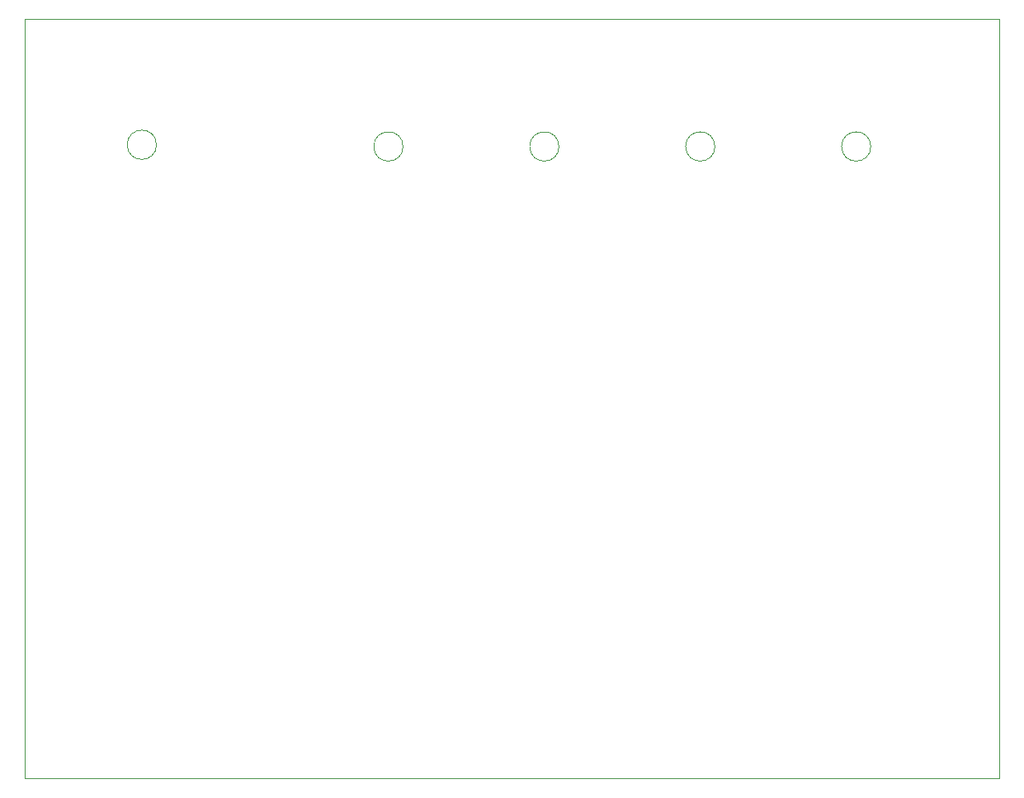
<source format=gbr>
%TF.GenerationSoftware,KiCad,Pcbnew,7.0.7*%
%TF.CreationDate,2023-11-07T21:09:30+00:00*%
%TF.ProjectId,clock_divider,636c6f63-6b5f-4646-9976-696465722e6b,rev?*%
%TF.SameCoordinates,Original*%
%TF.FileFunction,Profile,NP*%
%FSLAX46Y46*%
G04 Gerber Fmt 4.6, Leading zero omitted, Abs format (unit mm)*
G04 Created by KiCad (PCBNEW 7.0.7) date 2023-11-07 21:09:30*
%MOMM*%
%LPD*%
G01*
G04 APERTURE LIST*
%TA.AperFunction,Profile*%
%ADD10C,0.100000*%
%TD*%
%TA.AperFunction,Profile*%
%ADD11C,0.120000*%
%TD*%
G04 APERTURE END LIST*
D10*
X90000000Y-37000000D02*
X190000000Y-37000000D01*
X190000000Y-115000000D01*
X90000000Y-115000000D01*
X90000000Y-37000000D01*
D11*
%TO.C,J10*%
X176800000Y-50090000D02*
G75*
G03*
X176800000Y-50090000I-1500000J0D01*
G01*
%TO.C,J7*%
X128800000Y-50090000D02*
G75*
G03*
X128800000Y-50090000I-1500000J0D01*
G01*
%TO.C,J6*%
X103500000Y-49912500D02*
G75*
G03*
X103500000Y-49912500I-1500000J0D01*
G01*
%TO.C,J9*%
X160800000Y-50090000D02*
G75*
G03*
X160800000Y-50090000I-1500000J0D01*
G01*
%TO.C,J8*%
X144800000Y-50090000D02*
G75*
G03*
X144800000Y-50090000I-1500000J0D01*
G01*
%TD*%
M02*

</source>
